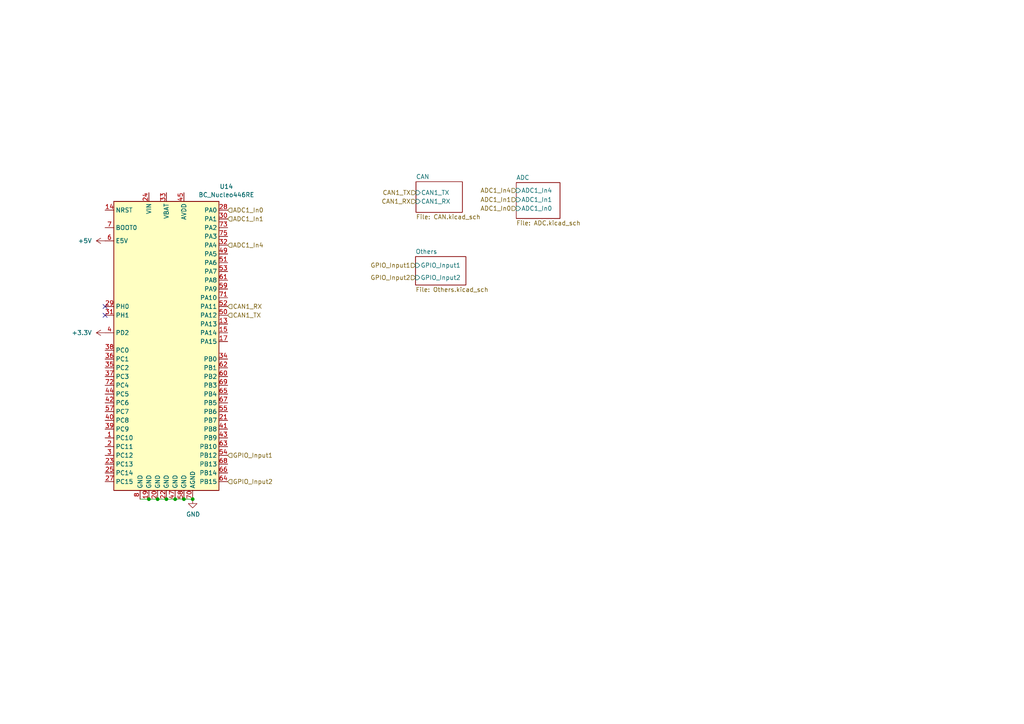
<source format=kicad_sch>
(kicad_sch (version 20231120) (generator "eeschema") (generator_version "8.0")
  (paper "A4")
  (lib_symbols
    (symbol "BC_Nucleo_boards:BC_Nucleo446RE"
      (property "Reference" "U" (at -15.24 41.91 0))
      (property "Value" "BC_Nucleo446RE" (at 10.16 41.91 0))
      (symbol "BC_Nucleo446RE_0_1"
        (rectangle (start -15.24 40.64) (end 15.24 -43.18) (stroke (width 0.254)) (fill (type background)))
      )
      (symbol "BC_Nucleo446RE_1_1"
        (pin bidirectional line (at -17.78 -27.94 0) (length 2.54) (name "PC10") (number "1"))
        (pin bidirectional line (at 17.78 5.08 180) (length 2.54) (name "PA13") (number "13"))
        (pin input line (at -17.78 38.1 0) (length 2.54) (name "NRST") (number "14"))
        (pin bidirectional line (at 17.78 2.54 180) (length 2.54) (name "PA14") (number "15"))
        (pin bidirectional line (at 17.78 0 180) (length 2.54) (name "PA15") (number "17"))
        (pin power_in line (at -5.08 -45.72 90) (length 2.54) (name "GND") (number "19"))
        (pin bidirectional line (at -17.78 -30.48 0) (length 2.54) (name "PC11") (number "2"))
        (pin power_in line (at -2.54 -45.72 90) (length 2.54) (name "GND") (number "20"))
        (pin bidirectional line (at 17.78 -22.86 180) (length 2.54) (name "PB7") (number "21"))
        (pin power_in line (at 0 -45.72 90) (length 2.54) (name "GND") (number "22"))
        (pin bidirectional line (at -17.78 -35.56 0) (length 2.54) (name "PC13") (number "23"))
        (pin power_in line (at -5.08 43.18 270) (length 2.54) (name "VIN") (number "24"))
        (pin bidirectional line (at -17.78 -38.1 0) (length 2.54) (name "PC14") (number "25"))
        (pin bidirectional line (at -17.78 -40.64 0) (length 2.54) (name "PC15") (number "27"))
        (pin bidirectional line (at 17.78 38.1 180) (length 2.54) (name "PA0") (number "28"))
        (pin input line (at -17.78 10.16 0) (length 2.54) (name "PH0") (number "29"))
        (pin bidirectional line (at -17.78 -33.02 0) (length 2.54) (name "PC12") (number "3"))
        (pin bidirectional line (at 17.78 35.56 180) (length 2.54) (name "PA1") (number "30"))
        (pin input line (at -17.78 7.62 0) (length 2.54) (name "PH1") (number "31"))
        (pin bidirectional line (at 17.78 27.94 180) (length 2.54) (name "PA4") (number "32"))
        (pin bidirectional line (at 0 43.18 270) (length 2.54) (name "VBAT") (number "33"))
        (pin bidirectional line (at 17.78 -5.08 180) (length 2.54) (name "PB0") (number "34"))
        (pin bidirectional line (at -17.78 -7.62 0) (length 2.54) (name "PC2") (number "35"))
        (pin bidirectional line (at -17.78 -5.08 0) (length 2.54) (name "PC1") (number "36"))
        (pin bidirectional line (at -17.78 -10.16 0) (length 2.54) (name "PC3") (number "37"))
        (pin bidirectional line (at -17.78 -2.54 0) (length 2.54) (name "PC0") (number "38"))
        (pin bidirectional line (at -17.78 -25.4 0) (length 2.54) (name "PC9") (number "39"))
        (pin bidirectional line (at -17.78 2.54 0) (length 2.54) (name "PD2") (number "4"))
        (pin bidirectional line (at -17.78 -22.86 0) (length 2.54) (name "PC8") (number "40"))
        (pin bidirectional line (at 17.78 -25.4 180) (length 2.54) (name "PB8") (number "41"))
        (pin bidirectional line (at -17.78 -17.78 0) (length 2.54) (name "PC6") (number "42"))
        (pin bidirectional line (at 17.78 -27.94 180) (length 2.54) (name "PB9") (number "43"))
        (pin bidirectional line (at -17.78 -15.24 0) (length 2.54) (name "PC5") (number "44"))
        (pin bidirectional line (at 5.08 43.18 270) (length 2.54) (name "AVDD") (number "45"))
        (pin bidirectional line (at 2.54 -45.72 90) (length 2.54) (name "GND") (number "47"))
        (pin bidirectional line (at 17.78 25.4 180) (length 2.54) (name "PA5") (number "49"))
        (pin bidirectional line (at 17.78 7.62 180) (length 2.54) (name "PA12") (number "50"))
        (pin bidirectional line (at 17.78 22.86 180) (length 2.54) (name "PA6") (number "51"))
        (pin bidirectional line (at 17.78 10.16 180) (length 2.54) (name "PA11") (number "52"))
        (pin bidirectional line (at 17.78 20.32 180) (length 2.54) (name "PA7") (number "53"))
        (pin bidirectional line (at 17.78 -33.02 180) (length 2.54) (name "PB12") (number "54"))
        (pin bidirectional line (at 17.78 -20.32 180) (length 2.54) (name "PB6") (number "55"))
        (pin bidirectional line (at -17.78 -20.32 0) (length 2.54) (name "PC7") (number "57"))
        (pin bidirectional line (at 5.08 -45.72 90) (length 2.54) (name "GND") (number "58"))
        (pin bidirectional line (at 17.78 15.24 180) (length 2.54) (name "PA9") (number "59"))
        (pin input line (at -17.78 29.21 0) (length 2.54) (name "E5V") (number "6"))
        (pin bidirectional line (at 17.78 -10.16 180) (length 2.54) (name "PB2") (number "60"))
        (pin bidirectional line (at 17.78 17.78 180) (length 2.54) (name "PA8") (number "61"))
        (pin bidirectional line (at 17.78 -7.62 180) (length 2.54) (name "PB1") (number "62"))
        (pin bidirectional line (at 17.78 -30.48 180) (length 2.54) (name "PB10") (number "63"))
        (pin bidirectional line (at 17.78 -40.64 180) (length 2.54) (name "PB15") (number "64"))
        (pin bidirectional line (at 17.78 -15.24 180) (length 2.54) (name "PB4") (number "65"))
        (pin bidirectional line (at 17.78 -38.1 180) (length 2.54) (name "PB14") (number "66"))
        (pin bidirectional line (at 17.78 -17.78 180) (length 2.54) (name "PB5") (number "67"))
        (pin bidirectional line (at 17.78 -35.56 180) (length 2.54) (name "PB13") (number "68"))
        (pin bidirectional line (at 17.78 -12.7 180) (length 2.54) (name "PB3") (number "69"))
        (pin input line (at -17.78 33.02 0) (length 2.54) (name "BOOT0") (number "7"))
        (pin bidirectional line (at 7.62 -45.72 90) (length 2.54) (name "AGND") (number "70"))
        (pin bidirectional line (at 17.78 12.7 180) (length 2.54) (name "PA10") (number "71"))
        (pin bidirectional line (at -17.78 -12.7 0) (length 2.54) (name "PC4") (number "72"))
        (pin bidirectional line (at 17.78 33.02 180) (length 2.54) (name "PA2") (number "73"))
        (pin bidirectional line (at 17.78 30.48 180) (length 2.54) (name "PA3") (number "75"))
        (pin power_in line (at -7.62 -45.72 90) (length 2.54) (name "GND") (number "8"))
      )
    )
    (symbol "power:+3.3V" (power) (pin_numbers hide) (pin_names (offset 0) hide)
      (property "Value" "+3.3V" (at 0 3.556 0))
      (symbol "+3.3V_0_1"
        (polyline (pts (xy -0.762 1.27) (xy 0 2.54)))
        (polyline (pts (xy 0 0) (xy 0 2.54)))
        (polyline (pts (xy 0 2.54) (xy 0.762 1.27)))
      )
      (symbol "+3.3V_1_1"
        (pin power_in line (at 0 0 90) (length 0) (name "~") (number "1"))
      )
    )
    (symbol "power:+5V" (power) (pin_numbers hide) (pin_names (offset 0) hide)
      (property "Value" "+5V" (at 0 3.556 0))
      (symbol "+5V_0_1"
        (polyline (pts (xy -0.762 1.27) (xy 0 2.54)))
        (polyline (pts (xy 0 0) (xy 0 2.54)))
        (polyline (pts (xy 0 2.54) (xy 0.762 1.27)))
      )
      (symbol "+5V_1_1"
        (pin power_in line (at 0 0 90) (length 0) (name "~") (number "1"))
      )
    )
    (symbol "power:GND" (power) (pin_names (offset 0))
      (property "Value" "GND" (at 0 -3.81 0))
      (symbol "GND_0_1"
        (polyline (pts (xy 0 0) (xy 0 -1.27) (xy 1.27 -1.27) (xy 0 -2.54) (xy -1.27 -1.27) (xy 0 -1.27)))
      )
      (symbol "GND_1_1"
        (pin power_in line (at 0 0 270) (length 0) hide (name "GND") (number "1"))
      )
    )
  )
  (junction (at 53.34 144.78))
  (junction (at 45.72 144.78))
  (junction (at 55.88 144.78))
  (junction (at 50.8 144.78))
  (junction (at 43.18 144.78))
  (junction (at 48.26 144.78))
  (no_connect (at 30.48 91.44))
  (no_connect (at 30.48 88.9))
  (wire (pts (xy 53.34 144.78) (xy 55.88 144.78)))
  (wire (pts (xy 45.72 144.78) (xy 48.26 144.78)))
  (wire (pts (xy 40.64 144.78) (xy 43.18 144.78)))
  (wire (pts (xy 50.8 144.78) (xy 53.34 144.78)))
  (wire (pts (xy 43.18 144.78) (xy 45.72 144.78)))
  (wire (pts (xy 48.26 144.78) (xy 50.8 144.78)))
  (hierarchical_label "ADC1_In0" (shape input) (at 149.733 60.452 180))
  (hierarchical_label "ADC1_In4" (shape input) (at 66.04 71.12 0))
  (hierarchical_label "ADC1_In1" (shape input) (at 66.04 63.5 0))
  (hierarchical_label "CAN1_RX" (shape input) (at 66.04 88.9 0))
  (hierarchical_label "CAN1_RX" (shape input) (at 120.65 58.42 180))
  (hierarchical_label "ADC1_In1" (shape input) (at 149.733 57.912 180))
  (hierarchical_label "ADC1_In4" (shape input) (at 149.733 55.245 180))
  (hierarchical_label "GPIO_Input2" (shape input) (at 120.523 80.518 180))
  (hierarchical_label "CAN1_TX" (shape input) (at 66.04 91.44 0))
  (hierarchical_label "GPIO_Input1" (shape input) (at 120.523 76.962 180))
  (hierarchical_label "CAN1_TX" (shape input) (at 120.65 55.88 180))
  (hierarchical_label "GPIO_Input2" (shape input) (at 66.04 139.7 0))
  (hierarchical_label "GPIO_Input1" (shape input) (at 66.04 132.08 0))
  (hierarchical_label "ADC1_In0" (shape input) (at 66.04 60.96 0))
  (symbol (lib_id "BC_Nucleo_boards:BC_Nucleo446RE") (at 48.26 99.06 0) (unit 1)
    (property "Reference" "U14" (at 65.659 54.102 0))
    (property "Value" "BC_Nucleo446RE" (at 65.659 56.515 0))
    (property "Footprint" "BC_STM:Main_NUCLEO-F446RE" (effects (hide yes)))
    (property "Datasheet" "http://www.st.com/st-web-ui/static/active/en/resource/technical/document/datasheet/DM00141306.pdf" (effects (hide yes)))
  )
  (symbol (lib_id "power:GND") (at 55.88 144.78 0) (unit 1)
    (property "Reference" "#PWR02" (effects (hide yes)))
    (property "Value" "GND" (at 56.007 149.1742 0))
  )
  (symbol (lib_id "power:+5V") (at 30.48 69.85 90) (unit 1)
    (property "Reference" "#PWR07" (effects (hide yes)))
    (property "Value" "+5V" (at 26.67 69.8499 90) (effects (justify left)))
    (property "Description" "Power symbol creates a global label with name \"+5V\"" (effects (hide yes)))
  )
  (symbol (lib_id "power:+3.3V") (at 30.48 96.52 90) (unit 1)
    (property "Reference" "#PWR06" (effects (hide yes)))
    (property "Value" "+3.3V" (at 26.67 96.5199 90) (effects (justify left)))
    (property "Description" "Power symbol creates a global label with name \"+3.3V\"" (effects (hide yes)))
  )
  (sheet (at 120.523 74.422) (size 14.605 8.255)
    (property "Sheetname" "Others" (at 120.523 73.7104 0) (effects (justify left bottom)))
    (property "Sheetfile" "Others.kicad_sch" (at 120.523 83.2616 0) (effects (justify left top)))
    (pin "GPIO_Input1" input (at 120.523 76.962 180))
    (pin "GPIO_Input2" input (at 120.523 80.518 180))
  )
  (sheet (at 120.65 52.705) (size 13.462 8.89)
    (property "Sheetname" "CAN" (at 120.65 51.9934 0) (effects (justify left bottom)))
    (property "Sheetfile" "CAN.kicad_sch" (at 120.65 62.1796 0) (effects (justify left top)))
    (pin "CAN1_TX" input (at 120.65 55.88 180))
    (pin "CAN1_RX" input (at 120.65 58.42 180))
  )
  (sheet (at 149.733 52.959) (size 12.7 10.414)
    (property "Sheetname" "ADC" (at 149.733 52.2474 0) (effects (justify left bottom)))
    (property "Sheetfile" "ADC.kicad_sch" (at 149.733 63.9576 0) (effects (justify left top)))
    (pin "ADC1_In4" input (at 149.733 55.245 180))
    (pin "ADC1_In1" input (at 149.733 57.912 180))
    (pin "ADC1_In0" input (at 149.733 60.452 180))
  )
)
</source>
